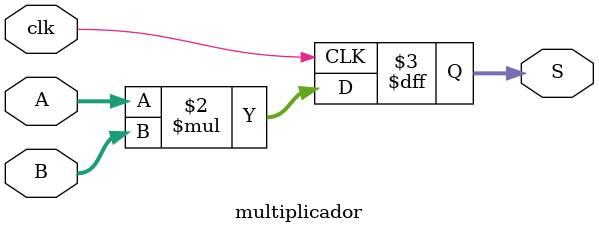
<source format=v>
module multiplicador(clk,A,B,S); //Definicao das ports
	parameter TAM=8;
	input [TAM-1:0] A;	//sinal de entrada A
	input [TAM-1:0] B; 	//sinal de entrada B
	input clk;			//sinal de clock
	output reg [(TAM+TAM-1):0] S; // sinal de saida
	
	//A cada borda de subida do clk, o sinal de saida S ira receber o valor da multiplicacao
	always @(posedge clk) begin
		S<=A*B;
	end	
endmodule

</source>
